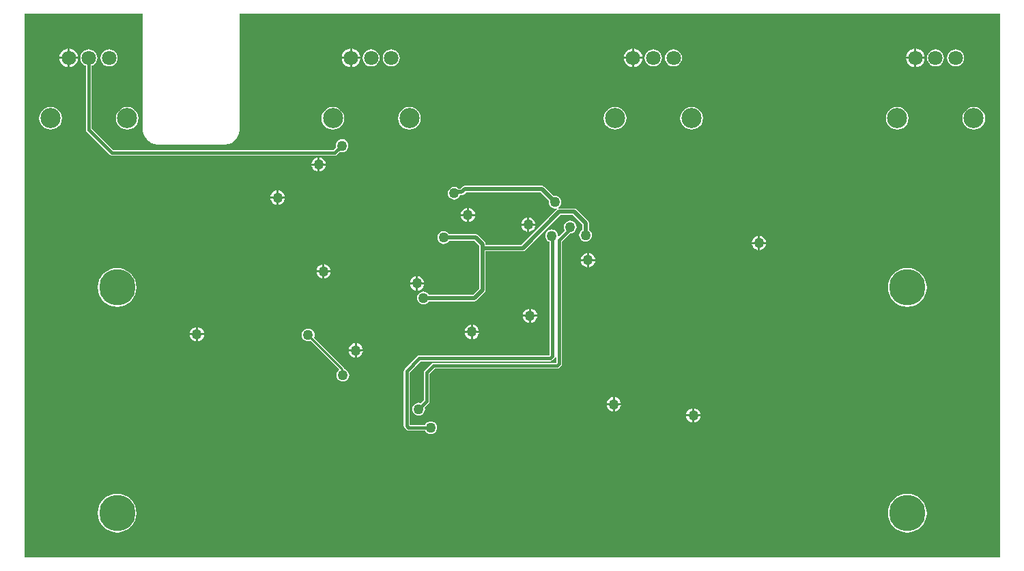
<source format=gbl>
G04*
G04 #@! TF.GenerationSoftware,Altium Limited,Altium Designer,21.6.4 (81)*
G04*
G04 Layer_Physical_Order=2*
G04 Layer_Color=16711680*
%FSLAX25Y25*%
%MOIN*%
G70*
G04*
G04 #@! TF.SameCoordinates,229126BB-2D6E-4CE4-B507-F74EAE748698*
G04*
G04*
G04 #@! TF.FilePolarity,Positive*
G04*
G01*
G75*
%ADD13C,0.01575*%
%ADD15C,0.01000*%
%ADD62C,0.01968*%
%ADD65C,0.09843*%
%ADD66C,0.07087*%
%ADD67C,0.05000*%
%ADD68C,0.17717*%
G36*
X523622Y21654D02*
X47244D01*
Y287402D01*
X105118D01*
Y231102D01*
X105156Y230331D01*
X105457Y228817D01*
X106048Y227391D01*
X106905Y226107D01*
X107997Y225016D01*
X109280Y224158D01*
X110706Y223567D01*
X112220Y223266D01*
X112992Y223228D01*
X144488D01*
X145260Y223266D01*
X146774Y223567D01*
X148200Y224158D01*
X149483Y225016D01*
X150575Y226107D01*
X151432Y227391D01*
X152023Y228817D01*
X152324Y230331D01*
X152362Y231102D01*
Y287402D01*
X523622D01*
Y21654D01*
D02*
G37*
%LPC*%
G36*
X207193Y270265D02*
Y266248D01*
X211210D01*
X211119Y266934D01*
X210662Y268039D01*
X209933Y268988D01*
X208984Y269717D01*
X207879Y270174D01*
X207193Y270265D01*
D02*
G37*
G36*
X344988D02*
Y266248D01*
X349005D01*
X348915Y266934D01*
X348457Y268039D01*
X347728Y268988D01*
X346779Y269717D01*
X345674Y270174D01*
X344988Y270265D01*
D02*
G37*
G36*
X69398Y270265D02*
Y266248D01*
X73414D01*
X73324Y266934D01*
X72866Y268039D01*
X72138Y268988D01*
X71189Y269717D01*
X70084Y270174D01*
X69398Y270265D01*
D02*
G37*
G36*
X482783D02*
Y266248D01*
X486800D01*
X486710Y266934D01*
X486252Y268039D01*
X485524Y268988D01*
X484575Y269717D01*
X483469Y270174D01*
X482783Y270265D01*
D02*
G37*
G36*
X481783Y270265D02*
X481097Y270174D01*
X479992Y269717D01*
X479043Y268988D01*
X478315Y268039D01*
X477857Y266934D01*
X477767Y266248D01*
X481783D01*
Y270265D01*
D02*
G37*
G36*
X68398Y270265D02*
X67712Y270174D01*
X66606Y269717D01*
X65657Y268988D01*
X64929Y268039D01*
X64471Y266934D01*
X64381Y266248D01*
X68398D01*
Y270265D01*
D02*
G37*
G36*
X206193D02*
X205507Y270174D01*
X204402Y269717D01*
X203453Y268988D01*
X202724Y268039D01*
X202267Y266934D01*
X202176Y266248D01*
X206193D01*
Y270265D01*
D02*
G37*
G36*
X343988D02*
X343302Y270174D01*
X342197Y269717D01*
X341248Y268988D01*
X340520Y268039D01*
X340062Y266934D01*
X339971Y266248D01*
X343988D01*
Y270265D01*
D02*
G37*
G36*
X501968Y269917D02*
X500889Y269776D01*
X499884Y269359D01*
X499020Y268696D01*
X498358Y267833D01*
X497941Y266827D01*
X497799Y265748D01*
X497941Y264669D01*
X498358Y263663D01*
X499020Y262800D01*
X499884Y262137D01*
X500889Y261721D01*
X501968Y261578D01*
X503048Y261721D01*
X504053Y262137D01*
X504917Y262800D01*
X505579Y263663D01*
X505996Y264669D01*
X506138Y265748D01*
X505996Y266827D01*
X505579Y267833D01*
X504917Y268696D01*
X504053Y269359D01*
X503048Y269776D01*
X501968Y269917D01*
D02*
G37*
G36*
X492126D02*
X491047Y269776D01*
X490041Y269359D01*
X489178Y268696D01*
X488515Y267833D01*
X488098Y266827D01*
X487956Y265748D01*
X488098Y264669D01*
X488515Y263663D01*
X489178Y262800D01*
X490041Y262137D01*
X491047Y261721D01*
X492126Y261578D01*
X493205Y261721D01*
X494211Y262137D01*
X495074Y262800D01*
X495737Y263663D01*
X496153Y264669D01*
X496295Y265748D01*
X496153Y266827D01*
X495737Y267833D01*
X495074Y268696D01*
X494211Y269359D01*
X493205Y269776D01*
X492126Y269917D01*
D02*
G37*
G36*
X364173D02*
X363094Y269776D01*
X362088Y269359D01*
X361225Y268696D01*
X360562Y267833D01*
X360146Y266827D01*
X360004Y265748D01*
X360146Y264669D01*
X360562Y263663D01*
X361225Y262800D01*
X362088Y262137D01*
X363094Y261721D01*
X364173Y261578D01*
X365252Y261721D01*
X366258Y262137D01*
X367122Y262800D01*
X367784Y263663D01*
X368201Y264669D01*
X368343Y265748D01*
X368201Y266827D01*
X367784Y267833D01*
X367122Y268696D01*
X366258Y269359D01*
X365252Y269776D01*
X364173Y269917D01*
D02*
G37*
G36*
X354331D02*
X353252Y269776D01*
X352246Y269359D01*
X351382Y268696D01*
X350720Y267833D01*
X350303Y266827D01*
X350161Y265748D01*
X350303Y264669D01*
X350720Y263663D01*
X351382Y262800D01*
X352246Y262137D01*
X353252Y261721D01*
X354331Y261578D01*
X355410Y261721D01*
X356416Y262137D01*
X357279Y262800D01*
X357942Y263663D01*
X358358Y264669D01*
X358500Y265748D01*
X358358Y266827D01*
X357942Y267833D01*
X357279Y268696D01*
X356416Y269359D01*
X355410Y269776D01*
X354331Y269917D01*
D02*
G37*
G36*
X226378D02*
X225299Y269776D01*
X224293Y269359D01*
X223430Y268696D01*
X222767Y267833D01*
X222351Y266827D01*
X222208Y265748D01*
X222351Y264669D01*
X222767Y263663D01*
X223430Y262800D01*
X224293Y262137D01*
X225299Y261721D01*
X226378Y261578D01*
X227457Y261721D01*
X228463Y262137D01*
X229326Y262800D01*
X229989Y263663D01*
X230405Y264669D01*
X230547Y265748D01*
X230405Y266827D01*
X229989Y267833D01*
X229326Y268696D01*
X228463Y269359D01*
X227457Y269776D01*
X226378Y269917D01*
D02*
G37*
G36*
X216535D02*
X215456Y269776D01*
X214451Y269359D01*
X213587Y268696D01*
X212925Y267833D01*
X212508Y266827D01*
X212366Y265748D01*
X212508Y264669D01*
X212925Y263663D01*
X213587Y262800D01*
X214451Y262137D01*
X215456Y261721D01*
X216535Y261578D01*
X217615Y261721D01*
X218620Y262137D01*
X219484Y262800D01*
X220146Y263663D01*
X220563Y264669D01*
X220705Y265748D01*
X220563Y266827D01*
X220146Y267833D01*
X219484Y268696D01*
X218620Y269359D01*
X217615Y269776D01*
X216535Y269917D01*
D02*
G37*
G36*
X88583D02*
X87503Y269776D01*
X86498Y269359D01*
X85634Y268696D01*
X84972Y267833D01*
X84555Y266827D01*
X84413Y265748D01*
X84555Y264669D01*
X84972Y263663D01*
X85634Y262800D01*
X86498Y262137D01*
X87503Y261721D01*
X88583Y261578D01*
X89662Y261721D01*
X90667Y262137D01*
X91531Y262800D01*
X92194Y263663D01*
X92610Y264669D01*
X92752Y265748D01*
X92610Y266827D01*
X92194Y267833D01*
X91531Y268696D01*
X90667Y269359D01*
X89662Y269776D01*
X88583Y269917D01*
D02*
G37*
G36*
X481783Y265248D02*
X477767D01*
X477857Y264562D01*
X478315Y263457D01*
X479043Y262508D01*
X479992Y261779D01*
X481097Y261322D01*
X481783Y261231D01*
Y265248D01*
D02*
G37*
G36*
X211210D02*
X207193D01*
Y261231D01*
X207879Y261322D01*
X208984Y261779D01*
X209933Y262508D01*
X210662Y263457D01*
X211119Y264562D01*
X211210Y265248D01*
D02*
G37*
G36*
X349005D02*
X344988D01*
Y261231D01*
X345674Y261322D01*
X346779Y261779D01*
X347728Y262508D01*
X348457Y263457D01*
X348915Y264562D01*
X349005Y265248D01*
D02*
G37*
G36*
X73414D02*
X69398D01*
Y261231D01*
X70084Y261322D01*
X71189Y261779D01*
X72138Y262508D01*
X72866Y263457D01*
X73324Y264562D01*
X73414Y265248D01*
D02*
G37*
G36*
X68398D02*
X64381D01*
X64471Y264562D01*
X64929Y263457D01*
X65657Y262508D01*
X66606Y261779D01*
X67712Y261322D01*
X68398Y261231D01*
Y265248D01*
D02*
G37*
G36*
X343988D02*
X339971D01*
X340062Y264562D01*
X340520Y263457D01*
X341248Y262508D01*
X342197Y261779D01*
X343302Y261322D01*
X343988Y261231D01*
Y265248D01*
D02*
G37*
G36*
X206193D02*
X202176D01*
X202267Y264562D01*
X202724Y263457D01*
X203453Y262508D01*
X204402Y261779D01*
X205507Y261322D01*
X206193Y261231D01*
Y265248D01*
D02*
G37*
G36*
X486800D02*
X482783D01*
Y261231D01*
X483469Y261322D01*
X484575Y261779D01*
X485524Y262508D01*
X486252Y263457D01*
X486710Y264562D01*
X486800Y265248D01*
D02*
G37*
G36*
X510827Y241780D02*
X509388Y241590D01*
X508047Y241035D01*
X506896Y240152D01*
X506012Y239000D01*
X505457Y237659D01*
X505267Y236221D01*
X505457Y234782D01*
X506012Y233441D01*
X506896Y232289D01*
X508047Y231406D01*
X509388Y230851D01*
X510827Y230661D01*
X512266Y230851D01*
X513607Y231406D01*
X514758Y232289D01*
X515641Y233441D01*
X516197Y234782D01*
X516386Y236221D01*
X516197Y237659D01*
X515641Y239000D01*
X514758Y240152D01*
X513607Y241035D01*
X512266Y241590D01*
X510827Y241780D01*
D02*
G37*
G36*
X473425D02*
X471986Y241590D01*
X470646Y241035D01*
X469494Y240152D01*
X468611Y239000D01*
X468055Y237659D01*
X467866Y236221D01*
X468055Y234782D01*
X468611Y233441D01*
X469494Y232289D01*
X470646Y231406D01*
X471986Y230851D01*
X473425Y230661D01*
X474864Y230851D01*
X476205Y231406D01*
X477356Y232289D01*
X478240Y233441D01*
X478795Y234782D01*
X478985Y236221D01*
X478795Y237659D01*
X478240Y239000D01*
X477356Y240152D01*
X476205Y241035D01*
X474864Y241590D01*
X473425Y241780D01*
D02*
G37*
G36*
X373031D02*
X371593Y241590D01*
X370252Y241035D01*
X369100Y240152D01*
X368217Y239000D01*
X367662Y237659D01*
X367472Y236221D01*
X367662Y234782D01*
X368217Y233441D01*
X369100Y232289D01*
X370252Y231406D01*
X371593Y230851D01*
X373031Y230661D01*
X374470Y230851D01*
X375811Y231406D01*
X376963Y232289D01*
X377846Y233441D01*
X378401Y234782D01*
X378591Y236221D01*
X378401Y237659D01*
X377846Y239000D01*
X376963Y240152D01*
X375811Y241035D01*
X374470Y241590D01*
X373031Y241780D01*
D02*
G37*
G36*
X335630D02*
X334191Y241590D01*
X332850Y241035D01*
X331699Y240152D01*
X330815Y239000D01*
X330260Y237659D01*
X330071Y236221D01*
X330260Y234782D01*
X330815Y233441D01*
X331699Y232289D01*
X332850Y231406D01*
X334191Y230851D01*
X335630Y230661D01*
X337069Y230851D01*
X338410Y231406D01*
X339561Y232289D01*
X340444Y233441D01*
X341000Y234782D01*
X341189Y236221D01*
X341000Y237659D01*
X340444Y239000D01*
X339561Y240152D01*
X338410Y241035D01*
X337069Y241590D01*
X335630Y241780D01*
D02*
G37*
G36*
X235236D02*
X233797Y241590D01*
X232456Y241035D01*
X231305Y240152D01*
X230422Y239000D01*
X229866Y237659D01*
X229677Y236221D01*
X229866Y234782D01*
X230422Y233441D01*
X231305Y232289D01*
X232456Y231406D01*
X233797Y230851D01*
X235236Y230661D01*
X236675Y230851D01*
X238016Y231406D01*
X239167Y232289D01*
X240051Y233441D01*
X240606Y234782D01*
X240796Y236221D01*
X240606Y237659D01*
X240051Y239000D01*
X239167Y240152D01*
X238016Y241035D01*
X236675Y241590D01*
X235236Y241780D01*
D02*
G37*
G36*
X197835D02*
X196396Y241590D01*
X195055Y241035D01*
X193904Y240152D01*
X193020Y239000D01*
X192465Y237659D01*
X192275Y236221D01*
X192465Y234782D01*
X193020Y233441D01*
X193904Y232289D01*
X195055Y231406D01*
X196396Y230851D01*
X197835Y230661D01*
X199274Y230851D01*
X200614Y231406D01*
X201766Y232289D01*
X202649Y233441D01*
X203205Y234782D01*
X203394Y236221D01*
X203205Y237659D01*
X202649Y239000D01*
X201766Y240152D01*
X200614Y241035D01*
X199274Y241590D01*
X197835Y241780D01*
D02*
G37*
G36*
X97441D02*
X96002Y241590D01*
X94661Y241035D01*
X93510Y240152D01*
X92626Y239000D01*
X92071Y237659D01*
X91882Y236221D01*
X92071Y234782D01*
X92626Y233441D01*
X93510Y232289D01*
X94661Y231406D01*
X96002Y230851D01*
X97441Y230661D01*
X98880Y230851D01*
X100221Y231406D01*
X101372Y232289D01*
X102255Y233441D01*
X102811Y234782D01*
X103000Y236221D01*
X102811Y237659D01*
X102255Y239000D01*
X101372Y240152D01*
X100221Y241035D01*
X98880Y241590D01*
X97441Y241780D01*
D02*
G37*
G36*
X60039D02*
X58600Y241590D01*
X57260Y241035D01*
X56108Y240152D01*
X55225Y239000D01*
X54669Y237659D01*
X54480Y236221D01*
X54669Y234782D01*
X55225Y233441D01*
X56108Y232289D01*
X57260Y231406D01*
X58600Y230851D01*
X60039Y230661D01*
X61478Y230851D01*
X62819Y231406D01*
X63970Y232289D01*
X64854Y233441D01*
X65409Y234782D01*
X65599Y236221D01*
X65409Y237659D01*
X64854Y239000D01*
X63970Y240152D01*
X62819Y241035D01*
X61478Y241590D01*
X60039Y241780D01*
D02*
G37*
G36*
X78740Y269917D02*
X77661Y269776D01*
X76655Y269359D01*
X75792Y268696D01*
X75129Y267833D01*
X74713Y266827D01*
X74571Y265748D01*
X74713Y264669D01*
X75129Y263663D01*
X75792Y262800D01*
X76655Y262137D01*
X77335Y261856D01*
Y230709D01*
X77442Y230171D01*
X77747Y229715D01*
X89164Y218298D01*
X89620Y217993D01*
X90158Y217886D01*
X198819D01*
X199356Y217993D01*
X199812Y218298D01*
X201402Y219887D01*
X201555Y219824D01*
X202362Y219717D01*
X203169Y219824D01*
X203921Y220135D01*
X204566Y220630D01*
X205062Y221276D01*
X205373Y222028D01*
X205479Y222835D01*
X205373Y223641D01*
X205062Y224393D01*
X204566Y225039D01*
X203921Y225534D01*
X203169Y225846D01*
X202362Y225952D01*
X201555Y225846D01*
X200804Y225534D01*
X200158Y225039D01*
X199663Y224393D01*
X199351Y223641D01*
X199245Y222835D01*
X199351Y222028D01*
X199415Y221874D01*
X198237Y220696D01*
X90739D01*
X80145Y231291D01*
Y261856D01*
X80825Y262137D01*
X81688Y262800D01*
X82351Y263663D01*
X82768Y264669D01*
X82910Y265748D01*
X82768Y266827D01*
X82351Y267833D01*
X81688Y268696D01*
X80825Y269359D01*
X79819Y269776D01*
X78740Y269917D01*
D02*
G37*
G36*
X191445Y217106D02*
Y214142D01*
X194409D01*
X194355Y214555D01*
X194002Y215407D01*
X193441Y216138D01*
X192710Y216699D01*
X191859Y217052D01*
X191445Y217106D01*
D02*
G37*
G36*
X190445D02*
X190031Y217052D01*
X189180Y216699D01*
X188449Y216138D01*
X187888Y215407D01*
X187535Y214555D01*
X187480Y214142D01*
X190445D01*
Y217106D01*
D02*
G37*
G36*
X194409Y213142D02*
X191445D01*
Y210177D01*
X191859Y210232D01*
X192710Y210584D01*
X193441Y211145D01*
X194002Y211877D01*
X194355Y212728D01*
X194409Y213142D01*
D02*
G37*
G36*
X190445D02*
X187480D01*
X187535Y212728D01*
X187888Y211877D01*
X188449Y211145D01*
X189180Y210584D01*
X190031Y210232D01*
X190445Y210177D01*
Y213142D01*
D02*
G37*
G36*
X300000Y203181D02*
X300000Y203180D01*
X262205D01*
X261590Y203058D01*
X261069Y202710D01*
X261069Y202710D01*
X260151Y201792D01*
X259305D01*
X259291Y201811D01*
X258645Y202306D01*
X257893Y202617D01*
X257087Y202724D01*
X256280Y202617D01*
X255528Y202306D01*
X254882Y201811D01*
X254387Y201165D01*
X254076Y200413D01*
X253969Y199606D01*
X254076Y198800D01*
X254387Y198048D01*
X254882Y197402D01*
X255528Y196907D01*
X256280Y196595D01*
X257087Y196489D01*
X257893Y196595D01*
X258645Y196907D01*
X259291Y197402D01*
X259786Y198048D01*
X260007Y198581D01*
X260816D01*
X260816Y198581D01*
X261431Y198703D01*
X261952Y199051D01*
X262870Y199969D01*
X299335D01*
X303280Y196024D01*
X303182Y195276D01*
X303288Y194469D01*
X303600Y193717D01*
X304095Y193071D01*
X304741Y192576D01*
X305492Y192265D01*
X306299Y192158D01*
X307106Y192265D01*
X307320Y191812D01*
X307132Y191687D01*
X307132Y191686D01*
X289886Y174440D01*
X272766D01*
X272472Y174831D01*
X272350Y175446D01*
X272002Y175967D01*
X272002Y175967D01*
X268880Y179088D01*
X268359Y179436D01*
X267744Y179558D01*
X267744Y179558D01*
X254632D01*
X254173Y180157D01*
X253527Y180652D01*
X252775Y180964D01*
X251969Y181070D01*
X251162Y180964D01*
X250410Y180652D01*
X249764Y180157D01*
X249269Y179511D01*
X248957Y178760D01*
X248851Y177953D01*
X248957Y177146D01*
X249269Y176394D01*
X249764Y175749D01*
X250410Y175253D01*
X251162Y174942D01*
X251969Y174836D01*
X252775Y174942D01*
X253527Y175253D01*
X254173Y175749D01*
X254632Y176347D01*
X267079D01*
X269261Y174166D01*
Y172835D01*
Y152999D01*
X266292Y150031D01*
X244790D01*
X244330Y150629D01*
X243685Y151125D01*
X242933Y151436D01*
X242126Y151542D01*
X241319Y151436D01*
X240567Y151125D01*
X239922Y150629D01*
X239426Y149984D01*
X239115Y149232D01*
X239009Y148425D01*
X239115Y147618D01*
X239426Y146867D01*
X239922Y146221D01*
X240567Y145726D01*
X241319Y145414D01*
X242126Y145308D01*
X242933Y145414D01*
X243685Y145726D01*
X244330Y146221D01*
X244790Y146820D01*
X266957D01*
X266957Y146819D01*
X267572Y146942D01*
X268092Y147290D01*
X272002Y151199D01*
X272002Y151199D01*
X272350Y151720D01*
X272472Y152334D01*
Y171229D01*
X290551D01*
X290551Y171229D01*
X291166Y171351D01*
X291687Y171699D01*
X308933Y188945D01*
X315083D01*
X319654Y184374D01*
Y181797D01*
X319056Y181338D01*
X318560Y180693D01*
X318249Y179941D01*
X318143Y179134D01*
X318249Y178327D01*
X318560Y177575D01*
X319056Y176930D01*
X319701Y176434D01*
X320453Y176123D01*
X321260Y176017D01*
X322067Y176123D01*
X322818Y176434D01*
X323464Y176930D01*
X323959Y177575D01*
X324271Y178327D01*
X324377Y179134D01*
X324271Y179941D01*
X323959Y180693D01*
X323464Y181338D01*
X322866Y181797D01*
Y185039D01*
X322866Y185039D01*
X322743Y185654D01*
X322395Y186175D01*
X322395Y186175D01*
X316883Y191687D01*
X316363Y192035D01*
X315748Y192157D01*
X315748Y192157D01*
X308268D01*
X308268Y192157D01*
X308046Y192113D01*
X307858Y192576D01*
X308503Y193071D01*
X308999Y193717D01*
X309310Y194469D01*
X309416Y195276D01*
X309310Y196082D01*
X308999Y196834D01*
X308503Y197480D01*
X307858Y197975D01*
X307106Y198287D01*
X306299Y198393D01*
X305551Y198294D01*
X301135Y202710D01*
X300615Y203058D01*
X300513Y203079D01*
X300000Y203181D01*
D02*
G37*
G36*
X171403Y200953D02*
Y197989D01*
X174367D01*
X174313Y198403D01*
X173960Y199254D01*
X173399Y199985D01*
X172668Y200546D01*
X171817Y200899D01*
X171403Y200953D01*
D02*
G37*
G36*
X170403D02*
X169989Y200899D01*
X169138Y200546D01*
X168407Y199985D01*
X167846Y199254D01*
X167493Y198403D01*
X167438Y197989D01*
X170403D01*
Y200953D01*
D02*
G37*
G36*
X174367Y196989D02*
X171403D01*
Y194025D01*
X171817Y194079D01*
X172668Y194432D01*
X173399Y194993D01*
X173960Y195724D01*
X174313Y196575D01*
X174367Y196989D01*
D02*
G37*
G36*
X170403D02*
X167438D01*
X167493Y196575D01*
X167846Y195724D01*
X168407Y194993D01*
X169138Y194432D01*
X169989Y194079D01*
X170403Y194025D01*
Y196989D01*
D02*
G37*
G36*
X264280Y192441D02*
Y189476D01*
X267244D01*
X267189Y189890D01*
X266837Y190742D01*
X266276Y191473D01*
X265545Y192034D01*
X264693Y192386D01*
X264280Y192441D01*
D02*
G37*
G36*
X263280D02*
X262866Y192386D01*
X262014Y192034D01*
X261283Y191473D01*
X260722Y190742D01*
X260370Y189890D01*
X260315Y189476D01*
X263280D01*
Y192441D01*
D02*
G37*
G36*
X267244Y188476D02*
X264280D01*
Y185512D01*
X264693Y185566D01*
X265545Y185919D01*
X266276Y186480D01*
X266837Y187211D01*
X267189Y188063D01*
X267244Y188476D01*
D02*
G37*
G36*
X263280D02*
X260315D01*
X260370Y188063D01*
X260722Y187211D01*
X261283Y186480D01*
X262014Y185919D01*
X262866Y185566D01*
X263280Y185512D01*
Y188476D01*
D02*
G37*
G36*
X293807Y187716D02*
Y184752D01*
X296772D01*
X296717Y185166D01*
X296364Y186017D01*
X295803Y186748D01*
X295072Y187309D01*
X294221Y187662D01*
X293807Y187716D01*
D02*
G37*
G36*
X292807D02*
X292393Y187662D01*
X291542Y187309D01*
X290811Y186748D01*
X290250Y186017D01*
X289897Y185166D01*
X289843Y184752D01*
X292807D01*
Y187716D01*
D02*
G37*
G36*
X296772Y183752D02*
X293807D01*
Y180788D01*
X294221Y180842D01*
X295072Y181195D01*
X295803Y181756D01*
X296364Y182487D01*
X296717Y183338D01*
X296772Y183752D01*
D02*
G37*
G36*
X292807D02*
X289843D01*
X289897Y183338D01*
X290250Y182487D01*
X290811Y181756D01*
X291542Y181195D01*
X292393Y180842D01*
X292807Y180788D01*
Y183752D01*
D02*
G37*
G36*
X313779Y186188D02*
X312973Y186082D01*
X312221Y185770D01*
X311575Y185275D01*
X311080Y184629D01*
X310769Y183878D01*
X310662Y183071D01*
X310769Y182264D01*
X311080Y181512D01*
X311114Y181468D01*
X308258Y178612D01*
X308013Y178733D01*
X307811Y178873D01*
X307711Y179637D01*
X307399Y180389D01*
X306904Y181034D01*
X306258Y181530D01*
X305506Y181841D01*
X304700Y181947D01*
X303893Y181841D01*
X303141Y181530D01*
X302495Y181034D01*
X302000Y180389D01*
X301689Y179637D01*
X301582Y178830D01*
X301689Y178023D01*
X302000Y177271D01*
X302495Y176626D01*
X303141Y176130D01*
X303713Y175893D01*
Y120661D01*
X303355Y120303D01*
X240158D01*
X239620Y120196D01*
X239164Y119891D01*
X232865Y113592D01*
X232560Y113136D01*
X232453Y112598D01*
Y85962D01*
X232560Y85424D01*
X232865Y84968D01*
X233787Y84046D01*
X234243Y83741D01*
X234781Y83634D01*
X242906D01*
X242970Y83481D01*
X243465Y82835D01*
X244111Y82340D01*
X244863Y82028D01*
X245669Y81922D01*
X246476Y82028D01*
X247228Y82340D01*
X247873Y82835D01*
X248369Y83481D01*
X248680Y84233D01*
X248786Y85039D01*
X248680Y85846D01*
X248369Y86598D01*
X247873Y87244D01*
X247228Y87739D01*
X246476Y88050D01*
X245669Y88157D01*
X244863Y88050D01*
X244111Y87739D01*
X243465Y87244D01*
X242970Y86598D01*
X242906Y86444D01*
X235363D01*
X235263Y86544D01*
Y112016D01*
X240739Y117493D01*
X303937D01*
X304475Y117600D01*
X304930Y117904D01*
X306112Y119085D01*
X306363Y119461D01*
X306717Y119431D01*
X306863Y119378D01*
Y116859D01*
X306763Y116759D01*
X246986D01*
X246448Y116652D01*
X245992Y116348D01*
X242709Y113065D01*
X242404Y112609D01*
X242297Y112071D01*
Y98615D01*
X240724Y97042D01*
X240571Y97105D01*
X239764Y97212D01*
X238957Y97105D01*
X238205Y96794D01*
X237560Y96299D01*
X237064Y95653D01*
X236753Y94901D01*
X236647Y94095D01*
X236753Y93288D01*
X237064Y92536D01*
X237560Y91890D01*
X238205Y91395D01*
X238957Y91084D01*
X239764Y90977D01*
X240571Y91084D01*
X241322Y91395D01*
X241968Y91890D01*
X242463Y92536D01*
X242775Y93288D01*
X242881Y94095D01*
X242775Y94901D01*
X242711Y95055D01*
X244696Y97040D01*
X245000Y97495D01*
X245107Y98033D01*
Y111489D01*
X247567Y113949D01*
X307345D01*
X307883Y114056D01*
X308339Y114361D01*
X309261Y115283D01*
X309566Y115739D01*
X309673Y116277D01*
Y176054D01*
X313597Y179978D01*
X313779Y179954D01*
X314586Y180060D01*
X315338Y180371D01*
X315984Y180867D01*
X316479Y181512D01*
X316791Y182264D01*
X316897Y183071D01*
X316791Y183878D01*
X316479Y184629D01*
X315984Y185275D01*
X315338Y185770D01*
X314586Y186082D01*
X313779Y186188D01*
D02*
G37*
G36*
X406458Y178769D02*
Y175805D01*
X409423D01*
X409368Y176218D01*
X409016Y177070D01*
X408455Y177801D01*
X407724Y178362D01*
X406872Y178715D01*
X406458Y178769D01*
D02*
G37*
G36*
X405458D02*
X405045Y178715D01*
X404193Y178362D01*
X403462Y177801D01*
X402901Y177070D01*
X402549Y176218D01*
X402494Y175805D01*
X405458D01*
Y178769D01*
D02*
G37*
G36*
X409423Y174805D02*
X406458D01*
Y171840D01*
X406872Y171895D01*
X407724Y172248D01*
X408455Y172809D01*
X409016Y173540D01*
X409368Y174391D01*
X409423Y174805D01*
D02*
G37*
G36*
X405458D02*
X402494D01*
X402549Y174391D01*
X402901Y173540D01*
X403462Y172809D01*
X404193Y172248D01*
X405045Y171895D01*
X405458Y171840D01*
Y174805D01*
D02*
G37*
G36*
X322941Y170394D02*
Y167429D01*
X325905D01*
X325851Y167843D01*
X325498Y168694D01*
X324937Y169425D01*
X324206Y169986D01*
X323355Y170339D01*
X322941Y170394D01*
D02*
G37*
G36*
X321941D02*
X321527Y170339D01*
X320676Y169986D01*
X319945Y169425D01*
X319384Y168694D01*
X319031Y167843D01*
X318977Y167429D01*
X321941D01*
Y170394D01*
D02*
G37*
G36*
X325905Y166429D02*
X322941D01*
Y163465D01*
X323355Y163519D01*
X324206Y163872D01*
X324937Y164433D01*
X325498Y165164D01*
X325851Y166016D01*
X325905Y166429D01*
D02*
G37*
G36*
X321941D02*
X318977D01*
X319031Y166016D01*
X319384Y165164D01*
X319945Y164433D01*
X320676Y163872D01*
X321527Y163519D01*
X321941Y163465D01*
Y166429D01*
D02*
G37*
G36*
X193807Y164882D02*
Y161917D01*
X196772D01*
X196717Y162331D01*
X196364Y163182D01*
X195803Y163914D01*
X195072Y164475D01*
X194221Y164827D01*
X193807Y164882D01*
D02*
G37*
G36*
X192807D02*
X192393Y164827D01*
X191542Y164475D01*
X190811Y163914D01*
X190250Y163182D01*
X189897Y162331D01*
X189843Y161917D01*
X192807D01*
Y164882D01*
D02*
G37*
G36*
X196772Y160917D02*
X193807D01*
Y157953D01*
X194221Y158007D01*
X195072Y158360D01*
X195803Y158921D01*
X196364Y159652D01*
X196717Y160504D01*
X196772Y160917D01*
D02*
G37*
G36*
X192807D02*
X189843D01*
X189897Y160504D01*
X190250Y159652D01*
X190811Y158921D01*
X191542Y158360D01*
X192393Y158007D01*
X192807Y157953D01*
Y160917D01*
D02*
G37*
G36*
X239476Y158976D02*
Y156012D01*
X242441D01*
X242386Y156425D01*
X242034Y157277D01*
X241473Y158008D01*
X240741Y158569D01*
X239890Y158922D01*
X239476Y158976D01*
D02*
G37*
G36*
X238476D02*
X238063Y158922D01*
X237211Y158569D01*
X236480Y158008D01*
X235919Y157277D01*
X235566Y156425D01*
X235512Y156012D01*
X238476D01*
Y158976D01*
D02*
G37*
G36*
X242441Y155012D02*
X239476D01*
Y152047D01*
X239890Y152102D01*
X240741Y152455D01*
X241473Y153016D01*
X242034Y153747D01*
X242386Y154598D01*
X242441Y155012D01*
D02*
G37*
G36*
X238476D02*
X235512D01*
X235566Y154598D01*
X235919Y153747D01*
X236480Y153016D01*
X237211Y152455D01*
X238063Y152102D01*
X238476Y152047D01*
Y155012D01*
D02*
G37*
G36*
X478346Y163038D02*
X476494Y162855D01*
X474713Y162315D01*
X473072Y161438D01*
X471633Y160257D01*
X470452Y158818D01*
X469575Y157177D01*
X469034Y155396D01*
X468852Y153543D01*
X469034Y151691D01*
X469575Y149910D01*
X470452Y148268D01*
X471633Y146830D01*
X473072Y145649D01*
X474713Y144772D01*
X476494Y144231D01*
X478346Y144049D01*
X480199Y144231D01*
X481980Y144772D01*
X483621Y145649D01*
X485060Y146830D01*
X486241Y148268D01*
X487118Y149910D01*
X487659Y151691D01*
X487841Y153543D01*
X487659Y155396D01*
X487118Y157177D01*
X486241Y158818D01*
X485060Y160257D01*
X483621Y161438D01*
X481980Y162315D01*
X480199Y162855D01*
X478346Y163038D01*
D02*
G37*
G36*
X92520D02*
X90667Y162855D01*
X88886Y162315D01*
X87245Y161438D01*
X85806Y160257D01*
X84625Y158818D01*
X83748Y157177D01*
X83208Y155396D01*
X83025Y153543D01*
X83208Y151691D01*
X83748Y149910D01*
X84625Y148268D01*
X85806Y146830D01*
X87245Y145649D01*
X88886Y144772D01*
X90667Y144231D01*
X92520Y144049D01*
X94372Y144231D01*
X96153Y144772D01*
X97795Y145649D01*
X99233Y146830D01*
X100414Y148268D01*
X101292Y149910D01*
X101832Y151691D01*
X102014Y153543D01*
X101832Y155396D01*
X101292Y157177D01*
X100414Y158818D01*
X99233Y160257D01*
X97795Y161438D01*
X96153Y162315D01*
X94372Y162855D01*
X92520Y163038D01*
D02*
G37*
G36*
X294595Y143228D02*
Y140264D01*
X297559D01*
X297504Y140677D01*
X297152Y141529D01*
X296591Y142260D01*
X295860Y142821D01*
X295008Y143174D01*
X294595Y143228D01*
D02*
G37*
G36*
X293595D02*
X293181Y143174D01*
X292329Y142821D01*
X291598Y142260D01*
X291037Y141529D01*
X290685Y140677D01*
X290630Y140264D01*
X293595D01*
Y143228D01*
D02*
G37*
G36*
X297559Y139264D02*
X294595D01*
Y136299D01*
X295008Y136354D01*
X295860Y136706D01*
X296591Y137268D01*
X297152Y137999D01*
X297504Y138850D01*
X297559Y139264D01*
D02*
G37*
G36*
X293595D02*
X290630D01*
X290685Y138850D01*
X291037Y137999D01*
X291598Y137268D01*
X292329Y136706D01*
X293181Y136354D01*
X293595Y136299D01*
Y139264D01*
D02*
G37*
G36*
X266248Y135354D02*
Y132390D01*
X269212D01*
X269158Y132803D01*
X268805Y133655D01*
X268244Y134386D01*
X267513Y134947D01*
X266662Y135300D01*
X266248Y135354D01*
D02*
G37*
G36*
X265248D02*
X264834Y135300D01*
X263983Y134947D01*
X263252Y134386D01*
X262691Y133655D01*
X262338Y132803D01*
X262284Y132390D01*
X265248D01*
Y135354D01*
D02*
G37*
G36*
X131996Y134173D02*
Y131209D01*
X134960D01*
X134906Y131622D01*
X134553Y132474D01*
X133992Y133205D01*
X133261Y133766D01*
X132410Y134119D01*
X131996Y134173D01*
D02*
G37*
G36*
X130996D02*
X130582Y134119D01*
X129731Y133766D01*
X129000Y133205D01*
X128439Y132474D01*
X128086Y131622D01*
X128032Y131209D01*
X130996D01*
Y134173D01*
D02*
G37*
G36*
X269212Y131390D02*
X266248D01*
Y128425D01*
X266662Y128480D01*
X267513Y128832D01*
X268244Y129393D01*
X268805Y130125D01*
X269158Y130976D01*
X269212Y131390D01*
D02*
G37*
G36*
X265248D02*
X262284D01*
X262338Y130976D01*
X262691Y130125D01*
X263252Y129393D01*
X263983Y128832D01*
X264834Y128480D01*
X265248Y128425D01*
Y131390D01*
D02*
G37*
G36*
X134960Y130209D02*
X131996D01*
Y127244D01*
X132410Y127299D01*
X133261Y127651D01*
X133992Y128212D01*
X134553Y128944D01*
X134906Y129795D01*
X134960Y130209D01*
D02*
G37*
G36*
X130996D02*
X128032D01*
X128086Y129795D01*
X128439Y128944D01*
X129000Y128212D01*
X129731Y127651D01*
X130582Y127299D01*
X130996Y127244D01*
Y130209D01*
D02*
G37*
G36*
X209555Y126299D02*
Y123335D01*
X212520D01*
X212465Y123748D01*
X212112Y124600D01*
X211551Y125331D01*
X210820Y125892D01*
X209969Y126245D01*
X209555Y126299D01*
D02*
G37*
G36*
X208555D02*
X208141Y126245D01*
X207290Y125892D01*
X206559Y125331D01*
X205998Y124600D01*
X205645Y123748D01*
X205591Y123335D01*
X208555D01*
Y126299D01*
D02*
G37*
G36*
X212520Y122335D02*
X209555D01*
Y119370D01*
X209969Y119425D01*
X210820Y119777D01*
X211551Y120338D01*
X212112Y121070D01*
X212465Y121921D01*
X212520Y122335D01*
D02*
G37*
G36*
X208555D02*
X205591D01*
X205645Y121921D01*
X205998Y121070D01*
X206559Y120338D01*
X207290Y119777D01*
X208141Y119425D01*
X208555Y119370D01*
Y122335D01*
D02*
G37*
G36*
X185827Y133432D02*
X185020Y133326D01*
X184268Y133015D01*
X183623Y132519D01*
X183127Y131874D01*
X182816Y131122D01*
X182710Y130315D01*
X182816Y129508D01*
X183127Y128756D01*
X183623Y128111D01*
X184268Y127615D01*
X185020Y127304D01*
X185827Y127198D01*
X186634Y127304D01*
X187080Y127489D01*
X200865Y113705D01*
X200821Y113041D01*
X200552Y112834D01*
X200056Y112188D01*
X199745Y111437D01*
X199639Y110630D01*
X199745Y109823D01*
X200056Y109071D01*
X200552Y108426D01*
X201197Y107930D01*
X201949Y107619D01*
X202756Y107513D01*
X203563Y107619D01*
X204314Y107930D01*
X204960Y108426D01*
X205455Y109071D01*
X205767Y109823D01*
X205873Y110630D01*
X205767Y111437D01*
X205455Y112188D01*
X204960Y112834D01*
X204314Y113330D01*
X203563Y113641D01*
X203417Y113660D01*
Y113836D01*
X203333Y114262D01*
X203092Y114622D01*
X203092Y114623D01*
X188653Y129061D01*
X188838Y129508D01*
X188944Y130315D01*
X188838Y131122D01*
X188526Y131874D01*
X188031Y132519D01*
X187385Y133015D01*
X186634Y133326D01*
X185827Y133432D01*
D02*
G37*
G36*
X335539Y99921D02*
Y96957D01*
X338504D01*
X338449Y97370D01*
X338097Y98222D01*
X337536Y98953D01*
X336805Y99514D01*
X335953Y99867D01*
X335539Y99921D01*
D02*
G37*
G36*
X334539D02*
X334126Y99867D01*
X333274Y99514D01*
X332543Y98953D01*
X331982Y98222D01*
X331629Y97370D01*
X331575Y96957D01*
X334539D01*
Y99921D01*
D02*
G37*
G36*
X338504Y95957D02*
X335539D01*
Y92992D01*
X335953Y93047D01*
X336805Y93400D01*
X337536Y93960D01*
X338097Y94692D01*
X338449Y95543D01*
X338504Y95957D01*
D02*
G37*
G36*
X334539D02*
X331575D01*
X331629Y95543D01*
X331982Y94692D01*
X332543Y93960D01*
X333274Y93400D01*
X334126Y93047D01*
X334539Y92992D01*
Y95957D01*
D02*
G37*
G36*
X374388Y94481D02*
Y91516D01*
X377352D01*
X377298Y91930D01*
X376945Y92781D01*
X376384Y93512D01*
X375653Y94073D01*
X374801Y94426D01*
X374388Y94481D01*
D02*
G37*
G36*
X373388D02*
X372974Y94426D01*
X372123Y94073D01*
X371392Y93512D01*
X370831Y92781D01*
X370478Y91930D01*
X370424Y91516D01*
X373388D01*
Y94481D01*
D02*
G37*
G36*
X377352Y90516D02*
X374388D01*
Y87552D01*
X374801Y87606D01*
X375653Y87959D01*
X376384Y88520D01*
X376945Y89251D01*
X377298Y90103D01*
X377352Y90516D01*
D02*
G37*
G36*
X373388D02*
X370424D01*
X370478Y90103D01*
X370831Y89251D01*
X371392Y88520D01*
X372123Y87959D01*
X372974Y87606D01*
X373388Y87552D01*
Y90516D01*
D02*
G37*
G36*
X478346Y52802D02*
X476494Y52619D01*
X474713Y52079D01*
X473072Y51201D01*
X471633Y50021D01*
X470452Y48582D01*
X469575Y46940D01*
X469034Y45159D01*
X468852Y43307D01*
X469034Y41455D01*
X469575Y39674D01*
X470452Y38032D01*
X471633Y36593D01*
X473072Y35413D01*
X474713Y34535D01*
X476494Y33995D01*
X478346Y33812D01*
X480199Y33995D01*
X481980Y34535D01*
X483621Y35413D01*
X485060Y36593D01*
X486241Y38032D01*
X487118Y39674D01*
X487659Y41455D01*
X487841Y43307D01*
X487659Y45159D01*
X487118Y46940D01*
X486241Y48582D01*
X485060Y50021D01*
X483621Y51201D01*
X481980Y52079D01*
X480199Y52619D01*
X478346Y52802D01*
D02*
G37*
G36*
X92520D02*
X90667Y52619D01*
X88886Y52079D01*
X87245Y51201D01*
X85806Y50021D01*
X84625Y48582D01*
X83748Y46940D01*
X83208Y45159D01*
X83025Y43307D01*
X83208Y41455D01*
X83748Y39674D01*
X84625Y38032D01*
X85806Y36593D01*
X87245Y35413D01*
X88886Y34535D01*
X90667Y33995D01*
X92520Y33812D01*
X94372Y33995D01*
X96153Y34535D01*
X97795Y35413D01*
X99233Y36593D01*
X100414Y38032D01*
X101292Y39674D01*
X101832Y41455D01*
X102014Y43307D01*
X101832Y45159D01*
X101292Y46940D01*
X100414Y48582D01*
X99233Y50021D01*
X97795Y51201D01*
X96153Y52079D01*
X94372Y52619D01*
X92520Y52802D01*
D02*
G37*
%LPD*%
D13*
X78740Y230709D02*
X90158Y219291D01*
X198819D01*
X202362Y222835D01*
X78740Y230709D02*
Y265748D01*
X305118Y120079D02*
Y178411D01*
X313779Y182147D02*
Y183071D01*
X304700Y178830D02*
X305118Y178411D01*
X308268Y116277D02*
Y176636D01*
X313779Y182147D01*
X307345Y115354D02*
X308268Y116277D01*
X303937Y118898D02*
X305118Y120079D01*
X246986Y115354D02*
X307345D01*
X233858Y85962D02*
Y112598D01*
X234781Y85039D02*
X245669D01*
X233858Y85962D02*
X234781Y85039D01*
X233858Y112598D02*
X240158Y118898D01*
X303937D01*
X243702Y98033D02*
Y112071D01*
X246986Y115354D01*
X239764Y94095D02*
X243702Y98033D01*
D15*
X185827Y130315D02*
X202305Y113836D01*
Y111080D02*
X202756Y110630D01*
X202305Y111080D02*
Y113836D01*
D62*
X267744Y177953D02*
X270866Y174831D01*
X251969Y177953D02*
X267744D01*
X242126Y148425D02*
X266957D01*
X270866Y152334D01*
X257667Y200186D02*
X260816D01*
X262205Y201575D01*
X257087Y199606D02*
X257667Y200186D01*
X262205Y201575D02*
X300000D01*
X306299Y195276D01*
X270866Y172835D02*
Y174831D01*
Y152334D02*
Y172835D01*
X321260Y179134D02*
Y185039D01*
X315748Y190551D02*
X321260Y185039D01*
X290551Y172835D02*
X308268Y190551D01*
X315748D01*
X270866Y172835D02*
X290551D01*
D65*
X473425Y236221D02*
D03*
X510827D02*
D03*
X335630D02*
D03*
X373031D02*
D03*
X197835D02*
D03*
X235236D02*
D03*
X60039D02*
D03*
X97441D02*
D03*
D66*
X482283Y265748D02*
D03*
X492126D02*
D03*
X501968D02*
D03*
X344488D02*
D03*
X354331D02*
D03*
X364173D02*
D03*
X206693D02*
D03*
X216535D02*
D03*
X226378D02*
D03*
X68898D02*
D03*
X78740D02*
D03*
X88583D02*
D03*
D67*
X251969Y177953D02*
D03*
X263779Y188976D02*
D03*
X190945Y213642D02*
D03*
X202362Y222835D02*
D03*
X242126Y148425D02*
D03*
X405958Y175305D02*
D03*
X257087Y199606D02*
D03*
X306299Y195276D02*
D03*
X238976Y155512D02*
D03*
X373888Y91016D02*
D03*
X335039Y96457D02*
D03*
X131496Y130709D02*
D03*
X209055Y122835D02*
D03*
X170903Y197489D02*
D03*
X193307Y161417D02*
D03*
X265748Y131890D02*
D03*
X294094Y139764D02*
D03*
X293307Y184252D02*
D03*
X313779Y183071D02*
D03*
X304700Y178830D02*
D03*
X321260Y179134D02*
D03*
X322441Y166929D02*
D03*
X245669Y85039D02*
D03*
X239764Y94095D02*
D03*
X185827Y130315D02*
D03*
X202756Y110630D02*
D03*
D68*
X478346Y43307D02*
D03*
Y153543D02*
D03*
X92520D02*
D03*
Y43307D02*
D03*
M02*

</source>
